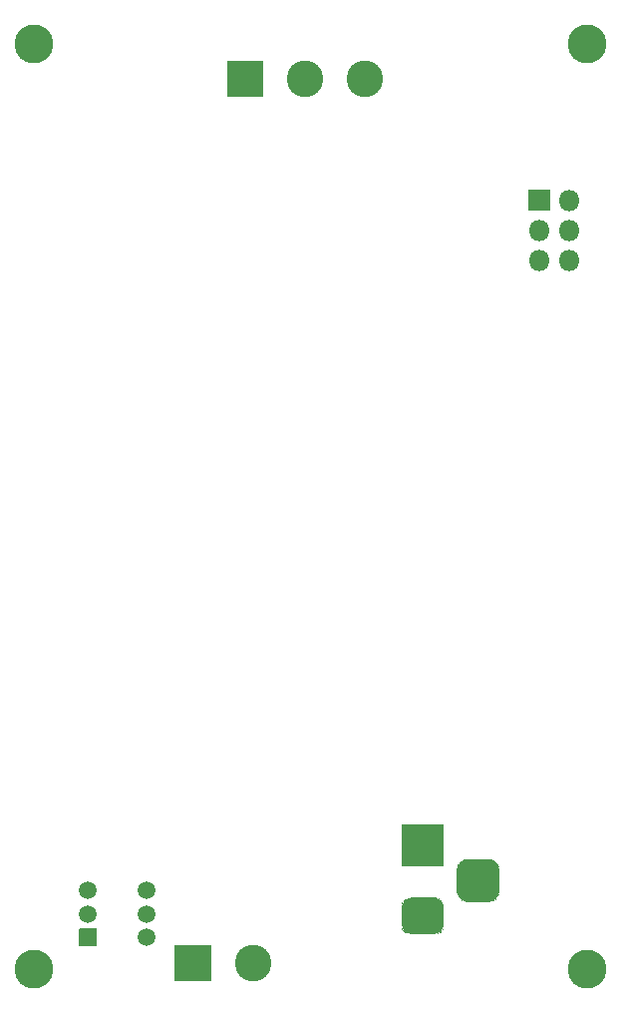
<source format=gbr>
G04 #@! TF.GenerationSoftware,KiCad,Pcbnew,5.1.9*
G04 #@! TF.CreationDate,2021-01-31T09:53:20+01:00*
G04 #@! TF.ProjectId,blueled,626c7565-6c65-4642-9e6b-696361645f70,rev?*
G04 #@! TF.SameCoordinates,Original*
G04 #@! TF.FileFunction,Soldermask,Bot*
G04 #@! TF.FilePolarity,Negative*
%FSLAX46Y46*%
G04 Gerber Fmt 4.6, Leading zero omitted, Abs format (unit mm)*
G04 Created by KiCad (PCBNEW 5.1.9) date 2021-01-31 09:53:20*
%MOMM*%
%LPD*%
G01*
G04 APERTURE LIST*
%ADD10C,3.102000*%
%ADD11O,1.802000X1.802000*%
%ADD12C,1.502000*%
%ADD13C,3.302000*%
%ADD14C,0.100000*%
G04 APERTURE END LIST*
D10*
X142080000Y-144500000D03*
G36*
G01*
X135449000Y-146000000D02*
X135449000Y-143000000D01*
G75*
G02*
X135500000Y-142949000I51000J0D01*
G01*
X138500000Y-142949000D01*
G75*
G02*
X138551000Y-143000000I0J-51000D01*
G01*
X138551000Y-146000000D01*
G75*
G02*
X138500000Y-146051000I-51000J0D01*
G01*
X135500000Y-146051000D01*
G75*
G02*
X135449000Y-146000000I0J51000D01*
G01*
G37*
D11*
X168940000Y-84860000D03*
X166400000Y-84860000D03*
X168940000Y-82320000D03*
X166400000Y-82320000D03*
X168940000Y-79780000D03*
G36*
G01*
X165499000Y-80630000D02*
X165499000Y-78930000D01*
G75*
G02*
X165550000Y-78879000I51000J0D01*
G01*
X167250000Y-78879000D01*
G75*
G02*
X167301000Y-78930000I0J-51000D01*
G01*
X167301000Y-80630000D01*
G75*
G02*
X167250000Y-80681000I-51000J0D01*
G01*
X165550000Y-80681000D01*
G75*
G02*
X165499000Y-80630000I0J51000D01*
G01*
G37*
G36*
G01*
X162100500Y-139301000D02*
X160299500Y-139301000D01*
G75*
G02*
X159399000Y-138400500I0J900500D01*
G01*
X159399000Y-136599500D01*
G75*
G02*
X160299500Y-135699000I900500J0D01*
G01*
X162100500Y-135699000D01*
G75*
G02*
X163001000Y-136599500I0J-900500D01*
G01*
X163001000Y-138400500D01*
G75*
G02*
X162100500Y-139301000I-900500J0D01*
G01*
G37*
G36*
G01*
X157525500Y-142051000D02*
X155474500Y-142051000D01*
G75*
G02*
X154699000Y-141275500I0J775500D01*
G01*
X154699000Y-139724500D01*
G75*
G02*
X155474500Y-138949000I775500J0D01*
G01*
X157525500Y-138949000D01*
G75*
G02*
X158301000Y-139724500I0J-775500D01*
G01*
X158301000Y-141275500D01*
G75*
G02*
X157525500Y-142051000I-775500J0D01*
G01*
G37*
G36*
G01*
X158250000Y-136301000D02*
X154750000Y-136301000D01*
G75*
G02*
X154699000Y-136250000I0J51000D01*
G01*
X154699000Y-132750000D01*
G75*
G02*
X154750000Y-132699000I51000J0D01*
G01*
X158250000Y-132699000D01*
G75*
G02*
X158301000Y-132750000I0J-51000D01*
G01*
X158301000Y-136250000D01*
G75*
G02*
X158250000Y-136301000I-51000J0D01*
G01*
G37*
D12*
X128060000Y-138320000D03*
G36*
G01*
X128811000Y-141620000D02*
X128811000Y-143020000D01*
G75*
G02*
X128760000Y-143071000I-51000J0D01*
G01*
X127360000Y-143071000D01*
G75*
G02*
X127309000Y-143020000I0J51000D01*
G01*
X127309000Y-141620000D01*
G75*
G02*
X127360000Y-141569000I51000J0D01*
G01*
X128760000Y-141569000D01*
G75*
G02*
X128811000Y-141620000I0J-51000D01*
G01*
G37*
X133060000Y-142320000D03*
X133060000Y-138320000D03*
X133060000Y-140320000D03*
X128060000Y-140320000D03*
D10*
X151580000Y-69500000D03*
X146500000Y-69500000D03*
G36*
G01*
X139869000Y-71000000D02*
X139869000Y-68000000D01*
G75*
G02*
X139920000Y-67949000I51000J0D01*
G01*
X142920000Y-67949000D01*
G75*
G02*
X142971000Y-68000000I0J-51000D01*
G01*
X142971000Y-71000000D01*
G75*
G02*
X142920000Y-71051000I-51000J0D01*
G01*
X139920000Y-71051000D01*
G75*
G02*
X139869000Y-71000000I0J51000D01*
G01*
G37*
D13*
X123500000Y-66500000D03*
X170500000Y-66500000D03*
X170500000Y-145000000D03*
X123500000Y-145000000D03*
D14*
G36*
X154700990Y-141275304D02*
G01*
X154715871Y-141426398D01*
X154759888Y-141571502D01*
X154831366Y-141705229D01*
X154927560Y-141822440D01*
X155044771Y-141918634D01*
X155178498Y-141990112D01*
X155323602Y-142034129D01*
X155474696Y-142049010D01*
X155476322Y-142050175D01*
X155476126Y-142052165D01*
X155474500Y-142053000D01*
X155418140Y-142053000D01*
X155417944Y-142052990D01*
X155272825Y-142038697D01*
X155272440Y-142038621D01*
X155138794Y-141998080D01*
X155138432Y-141997930D01*
X155015273Y-141932100D01*
X155014947Y-141931882D01*
X154906991Y-141843286D01*
X154906714Y-141843009D01*
X154818118Y-141735053D01*
X154817900Y-141734727D01*
X154752070Y-141611568D01*
X154751920Y-141611206D01*
X154711379Y-141477560D01*
X154711303Y-141477175D01*
X154697010Y-141332056D01*
X154697000Y-141331860D01*
X154697000Y-141275500D01*
X154698000Y-141273768D01*
X154700000Y-141273768D01*
X154700990Y-141275304D01*
G37*
G36*
X158302165Y-141273874D02*
G01*
X158303000Y-141275500D01*
X158303000Y-141331860D01*
X158302990Y-141332056D01*
X158288697Y-141477175D01*
X158288621Y-141477560D01*
X158248080Y-141611206D01*
X158247930Y-141611568D01*
X158182100Y-141734727D01*
X158181882Y-141735053D01*
X158093286Y-141843009D01*
X158093009Y-141843286D01*
X157985053Y-141931882D01*
X157984727Y-141932100D01*
X157861568Y-141997930D01*
X157861206Y-141998080D01*
X157727560Y-142038621D01*
X157727175Y-142038697D01*
X157582056Y-142052990D01*
X157581860Y-142053000D01*
X157525500Y-142053000D01*
X157523768Y-142052000D01*
X157523768Y-142050000D01*
X157525304Y-142049010D01*
X157676398Y-142034129D01*
X157821502Y-141990112D01*
X157955229Y-141918634D01*
X158072440Y-141822440D01*
X158168634Y-141705229D01*
X158240112Y-141571502D01*
X158284129Y-141426398D01*
X158299010Y-141275304D01*
X158300175Y-141273678D01*
X158302165Y-141273874D01*
G37*
G36*
X155476232Y-138948000D02*
G01*
X155476232Y-138950000D01*
X155474696Y-138950990D01*
X155323602Y-138965871D01*
X155178498Y-139009888D01*
X155044771Y-139081366D01*
X154927560Y-139177560D01*
X154831366Y-139294771D01*
X154759888Y-139428498D01*
X154715871Y-139573602D01*
X154700990Y-139724696D01*
X154699825Y-139726322D01*
X154697835Y-139726126D01*
X154697000Y-139724500D01*
X154697000Y-139668140D01*
X154697010Y-139667944D01*
X154711303Y-139522825D01*
X154711379Y-139522440D01*
X154751920Y-139388794D01*
X154752070Y-139388432D01*
X154817900Y-139265273D01*
X154818118Y-139264947D01*
X154906714Y-139156991D01*
X154906991Y-139156714D01*
X155014947Y-139068118D01*
X155015273Y-139067900D01*
X155138432Y-139002070D01*
X155138794Y-139001920D01*
X155272440Y-138961379D01*
X155272825Y-138961303D01*
X155417944Y-138947010D01*
X155418140Y-138947000D01*
X155474500Y-138947000D01*
X155476232Y-138948000D01*
G37*
G36*
X157582056Y-138947010D02*
G01*
X157727175Y-138961303D01*
X157727560Y-138961379D01*
X157861206Y-139001920D01*
X157861568Y-139002070D01*
X157984727Y-139067900D01*
X157985053Y-139068118D01*
X158093009Y-139156714D01*
X158093286Y-139156991D01*
X158181882Y-139264947D01*
X158182100Y-139265273D01*
X158247930Y-139388432D01*
X158248080Y-139388794D01*
X158288621Y-139522440D01*
X158288697Y-139522825D01*
X158302990Y-139667944D01*
X158303000Y-139668140D01*
X158303000Y-139724500D01*
X158302000Y-139726232D01*
X158300000Y-139726232D01*
X158299010Y-139724696D01*
X158284129Y-139573602D01*
X158240112Y-139428498D01*
X158168634Y-139294771D01*
X158072440Y-139177560D01*
X157955229Y-139081366D01*
X157821502Y-139009888D01*
X157676398Y-138965871D01*
X157525304Y-138950990D01*
X157523678Y-138949825D01*
X157523874Y-138947835D01*
X157525500Y-138947000D01*
X157581860Y-138947000D01*
X157582056Y-138947010D01*
G37*
G36*
X163002165Y-138398874D02*
G01*
X163003000Y-138400500D01*
X163003000Y-138456860D01*
X163002990Y-138457056D01*
X162986295Y-138626562D01*
X162986219Y-138626947D01*
X162938565Y-138784041D01*
X162938415Y-138784403D01*
X162861033Y-138929174D01*
X162860815Y-138929500D01*
X162756674Y-139056397D01*
X162756397Y-139056674D01*
X162629500Y-139160815D01*
X162629174Y-139161033D01*
X162484403Y-139238415D01*
X162484041Y-139238565D01*
X162326947Y-139286219D01*
X162326562Y-139286295D01*
X162157056Y-139302990D01*
X162156860Y-139303000D01*
X162100500Y-139303000D01*
X162098768Y-139302000D01*
X162098768Y-139300000D01*
X162100304Y-139299010D01*
X162275784Y-139281727D01*
X162444337Y-139230597D01*
X162599675Y-139147567D01*
X162735829Y-139035829D01*
X162847567Y-138899675D01*
X162930597Y-138744337D01*
X162981727Y-138575784D01*
X162999010Y-138400304D01*
X163000175Y-138398678D01*
X163002165Y-138398874D01*
G37*
G36*
X159400990Y-138400304D02*
G01*
X159418273Y-138575784D01*
X159469403Y-138744337D01*
X159552433Y-138899675D01*
X159664171Y-139035829D01*
X159800325Y-139147567D01*
X159955663Y-139230597D01*
X160124216Y-139281727D01*
X160299696Y-139299010D01*
X160301322Y-139300175D01*
X160301126Y-139302165D01*
X160299500Y-139303000D01*
X160243140Y-139303000D01*
X160242944Y-139302990D01*
X160073438Y-139286295D01*
X160073053Y-139286219D01*
X159915959Y-139238565D01*
X159915597Y-139238415D01*
X159770826Y-139161033D01*
X159770500Y-139160815D01*
X159643603Y-139056674D01*
X159643326Y-139056397D01*
X159539185Y-138929500D01*
X159538967Y-138929174D01*
X159461585Y-138784403D01*
X159461435Y-138784041D01*
X159413781Y-138626947D01*
X159413705Y-138626562D01*
X159397010Y-138457056D01*
X159397000Y-138456860D01*
X159397000Y-138400500D01*
X159398000Y-138398768D01*
X159400000Y-138398768D01*
X159400990Y-138400304D01*
G37*
G36*
X160301232Y-135698000D02*
G01*
X160301232Y-135700000D01*
X160299696Y-135700990D01*
X160124216Y-135718273D01*
X159955663Y-135769403D01*
X159800325Y-135852433D01*
X159664171Y-135964171D01*
X159552433Y-136100325D01*
X159469403Y-136255663D01*
X159418273Y-136424216D01*
X159400990Y-136599696D01*
X159399825Y-136601322D01*
X159397835Y-136601126D01*
X159397000Y-136599500D01*
X159397000Y-136543140D01*
X159397010Y-136542944D01*
X159413705Y-136373438D01*
X159413781Y-136373053D01*
X159461435Y-136215959D01*
X159461585Y-136215597D01*
X159538967Y-136070826D01*
X159539185Y-136070500D01*
X159643326Y-135943603D01*
X159643603Y-135943326D01*
X159770500Y-135839185D01*
X159770826Y-135838967D01*
X159915597Y-135761585D01*
X159915959Y-135761435D01*
X160073053Y-135713781D01*
X160073438Y-135713705D01*
X160242944Y-135697010D01*
X160243140Y-135697000D01*
X160299500Y-135697000D01*
X160301232Y-135698000D01*
G37*
G36*
X162157056Y-135697010D02*
G01*
X162326562Y-135713705D01*
X162326947Y-135713781D01*
X162484041Y-135761435D01*
X162484403Y-135761585D01*
X162629174Y-135838967D01*
X162629500Y-135839185D01*
X162756397Y-135943326D01*
X162756674Y-135943603D01*
X162860815Y-136070500D01*
X162861033Y-136070826D01*
X162938415Y-136215597D01*
X162938565Y-136215959D01*
X162986219Y-136373053D01*
X162986295Y-136373438D01*
X163002990Y-136542944D01*
X163003000Y-136543140D01*
X163003000Y-136599500D01*
X163002000Y-136601232D01*
X163000000Y-136601232D01*
X162999010Y-136599696D01*
X162981727Y-136424216D01*
X162930597Y-136255663D01*
X162847567Y-136100325D01*
X162735829Y-135964171D01*
X162599675Y-135852433D01*
X162444337Y-135769403D01*
X162275784Y-135718273D01*
X162100304Y-135700990D01*
X162098678Y-135699825D01*
X162098874Y-135697835D01*
X162100500Y-135697000D01*
X162156860Y-135697000D01*
X162157056Y-135697010D01*
G37*
M02*

</source>
